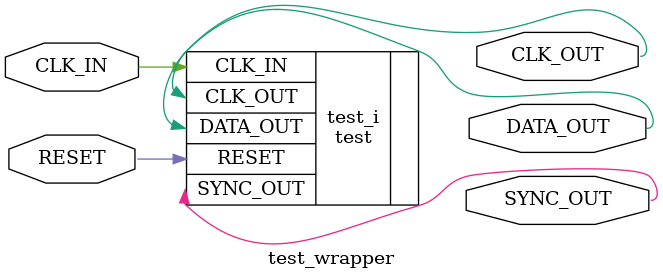
<source format=v>
`timescale 1 ps / 1 ps

module test_wrapper
   (CLK_IN,
    CLK_OUT,
    DATA_OUT,
    RESET,
    SYNC_OUT);
  input CLK_IN;
  output CLK_OUT;
  output DATA_OUT;
  input RESET;
  output SYNC_OUT;

  wire CLK_IN;
  wire CLK_OUT;
  wire DATA_OUT;
  wire RESET;
  wire SYNC_OUT;

  test test_i
       (.CLK_IN(CLK_IN),
        .CLK_OUT(CLK_OUT),
        .DATA_OUT(DATA_OUT),
        .RESET(RESET),
        .SYNC_OUT(SYNC_OUT));
endmodule

</source>
